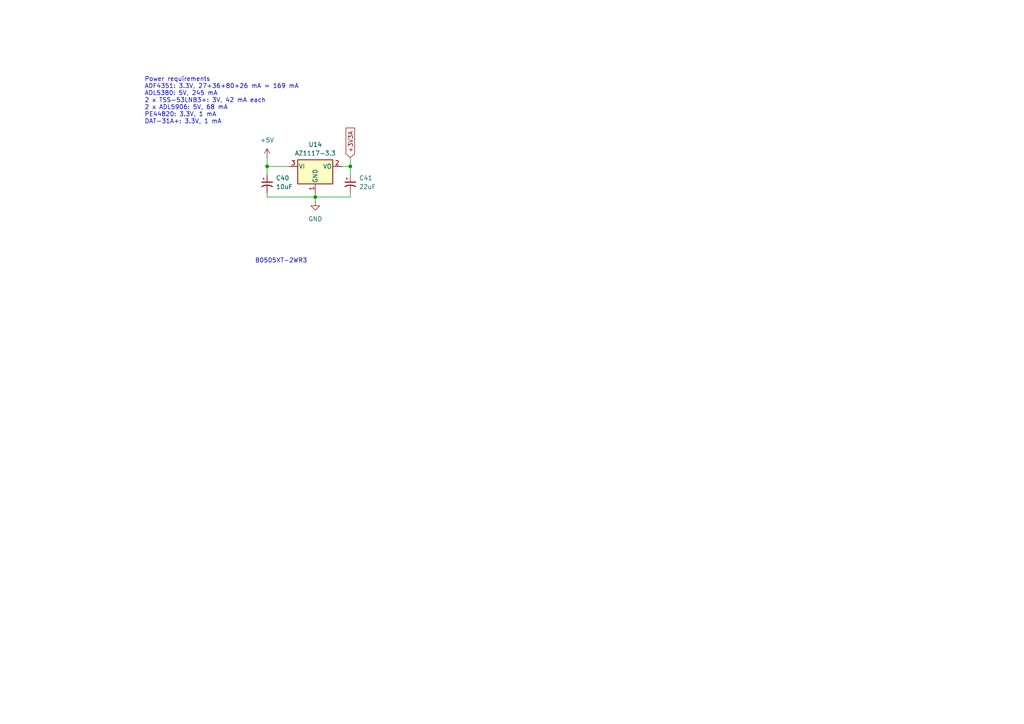
<source format=kicad_sch>
(kicad_sch (version 20231120) (generator "eeschema") (generator_version "8.0")
  (paper "A4")
  (title_block (date "2024-03-03") (rev "v1.0"))
  (lib_symbols
    (symbol "Device:C_Polarized_Small_US" (pin_numbers hide) (pin_names (offset 0.254) hide)
      (property "Reference" "C" (at 0.254 1.778 0))
      (property "Value" "C_Polarized_Small_US" (at 0.254 -2.032 0))
      (symbol "C_Polarized_Small_US_0_1"
        (polyline (pts (xy -1.524 0.508) (xy 1.524 0.508)) (stroke (width 0.3048)))
        (polyline (pts (xy -1.27 1.524) (xy -0.762 1.524)))
        (polyline (pts (xy -1.016 1.27) (xy -1.016 1.778)))
        (arc (start 1.524 -0.762) (mid 0 -0.3734) (end -1.524 -0.762) (stroke (width 0.3048)))
      )
      (symbol "C_Polarized_Small_US_1_1"
        (pin passive line (at 0 2.54 270) (length 2.032) (name "~") (number "1"))
        (pin passive line (at 0 -2.54 90) (length 2.032) (name "~") (number "2"))
      )
    )
    (symbol "Regulator_Linear:AZ1117-3.3" (pin_names (offset 0.254))
      (property "Reference" "U" (at -3.81 3.175 0))
      (property "Value" "AZ1117-3.3" (at 0 3.175 0))
      (symbol "AZ1117-3.3_0_1"
        (rectangle (start -5.08 1.905) (end 5.08 -5.08) (stroke (width 0.254)) (fill (type background)))
      )
      (symbol "AZ1117-3.3_1_1"
        (pin power_in line (at 0 -7.62 90) (length 2.54) (name "GND") (number "1"))
        (pin power_out line (at 7.62 0 180) (length 2.54) (name "VO") (number "2"))
        (pin power_in line (at -7.62 0 0) (length 2.54) (name "VI") (number "3"))
      )
    )
    (symbol "power:+5V" (power) (pin_numbers hide) (pin_names (offset 0) hide)
      (property "Value" "+5V" (at 0 3.556 0))
      (symbol "+5V_0_1"
        (polyline (pts (xy -0.762 1.27) (xy 0 2.54)))
        (polyline (pts (xy 0 0) (xy 0 2.54)))
        (polyline (pts (xy 0 2.54) (xy 0.762 1.27)))
      )
      (symbol "+5V_1_1"
        (pin power_in line (at 0 0 90) (length 0) (name "~") (number "1"))
      )
    )
    (symbol "power:GND" (power) (pin_numbers hide) (pin_names (offset 0) hide)
      (property "Value" "GND" (at 0 -3.81 0))
      (symbol "GND_0_1"
        (polyline (pts (xy 0 0) (xy 0 -1.27) (xy 1.27 -1.27) (xy 0 -2.54) (xy -1.27 -1.27) (xy 0 -1.27)))
      )
      (symbol "GND_1_1"
        (pin power_in line (at 0 0 270) (length 0) (name "~") (number "1"))
      )
    )
  )
  (junction (at 91.44 57.15))
  (junction (at 101.6 48.26))
  (junction (at 77.47 48.26))
  (wire (pts (xy 77.47 45.72) (xy 77.47 48.26)))
  (wire (pts (xy 101.6 48.26) (xy 101.6 50.8)))
  (wire (pts (xy 77.47 48.26) (xy 77.47 50.8)))
  (wire (pts (xy 77.47 57.15) (xy 91.44 57.15)))
  (wire (pts (xy 99.06 48.26) (xy 101.6 48.26)))
  (wire (pts (xy 101.6 57.15) (xy 91.44 57.15)))
  (wire (pts (xy 77.47 48.26) (xy 83.82 48.26)))
  (wire (pts (xy 91.44 55.88) (xy 91.44 57.15)))
  (wire (pts (xy 77.47 55.88) (xy 77.47 57.15)))
  (wire (pts (xy 101.6 45.72) (xy 101.6 48.26)))
  (wire (pts (xy 101.6 55.88) (xy 101.6 57.15)))
  (wire (pts (xy 91.44 57.15) (xy 91.44 58.42)))
  (text "B0505XT-2WR3\n" (at 81.534 75.692 0) (effects (font (size 1.27 1.27))))
  (text "Power requirements\nADF4351: 3.3V, 27+36+80+26 mA = 169 mA\nADL5380: 5V, 245 mA\n2 x TSS-53LNB3+: 3V, 42 mA each\n2 x ADL5906: 5V, 68 mA\nPE44820: 3.3V, 1 mA\nDAT-31A+: 3.3V, 1 mA\n\n" (at 41.91 30.226 0) (effects (font (size 1.27 1.27)) (justify left)))
  (global_label "+3V3A" (shape input) (at 101.6 45.72 90) (property "Intersheetrefs" "${INTERSHEET_REFS}" (effects (hide yes))))
  (symbol (lib_id "Regulator_Linear:AZ1117-3.3") (at 91.44 48.26 0) (unit 1)
    (property "Reference" "U14" (at 91.44 41.91 0))
    (property "Value" "AZ1117-3.3" (at 91.44 44.45 0))
    (property "Footprint" "Package_TO_SOT_SMD:SOT-223-3_TabPin2" (effects (hide yes)))
    (property "Datasheet" "https://www.diodes.com/assets/Datasheets/AZ1117.pdf" (effects (hide yes)))
    (property "Description" "1A 20V Fixed LDO Linear Regulator, 3.3V, SOT-89/SOT-223/TO-220/TO-252/TO-263" (effects (hide yes)))
  )
  (symbol (lib_id "power:+5V") (at 77.47 45.72 0) (unit 1)
    (property "Reference" "#PWR062" (effects (hide yes)))
    (property "Value" "+5V" (at 77.47 40.64 0))
    (property "Description" "Power symbol creates a global label with name \"+5V\"" (effects (hide yes)))
  )
  (symbol (lib_id "power:GND") (at 91.44 58.42 0) (unit 1)
    (property "Reference" "#PWR061" (effects (hide yes)))
    (property "Value" "GND" (at 91.44 63.5 0))
    (property "Description" "Power symbol creates a global label with name \"GND\" , ground" (effects (hide yes)))
  )
  (symbol (lib_id "Device:C_Polarized_Small_US") (at 77.47 53.34 0) (unit 1)
    (property "Reference" "C40" (at 80.01 51.6381 0) (effects (justify left)))
    (property "Value" "10uF" (at 80.01 54.1781 0) (effects (justify left)))
    (property "Description" "Polarized capacitor, small US symbol" (effects (hide yes)))
  )
  (symbol (lib_id "Device:C_Polarized_Small_US") (at 101.6 53.34 0) (unit 1)
    (property "Reference" "C41" (at 104.14 51.6381 0) (effects (justify left)))
    (property "Value" "22uF" (at 104.14 54.1781 0) (effects (justify left)))
    (property "Description" "Polarized capacitor, small US symbol" (effects (hide yes)))
  )
)
</source>
